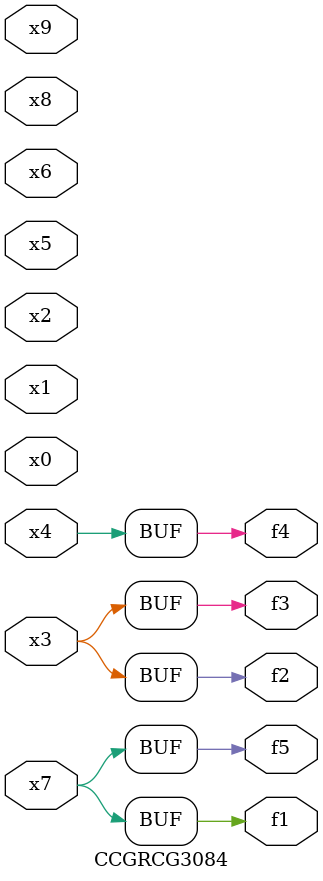
<source format=v>
module CCGRCG3084(
	input x0, x1, x2, x3, x4, x5, x6, x7, x8, x9,
	output f1, f2, f3, f4, f5
);
	assign f1 = x7;
	assign f2 = x3;
	assign f3 = x3;
	assign f4 = x4;
	assign f5 = x7;
endmodule

</source>
